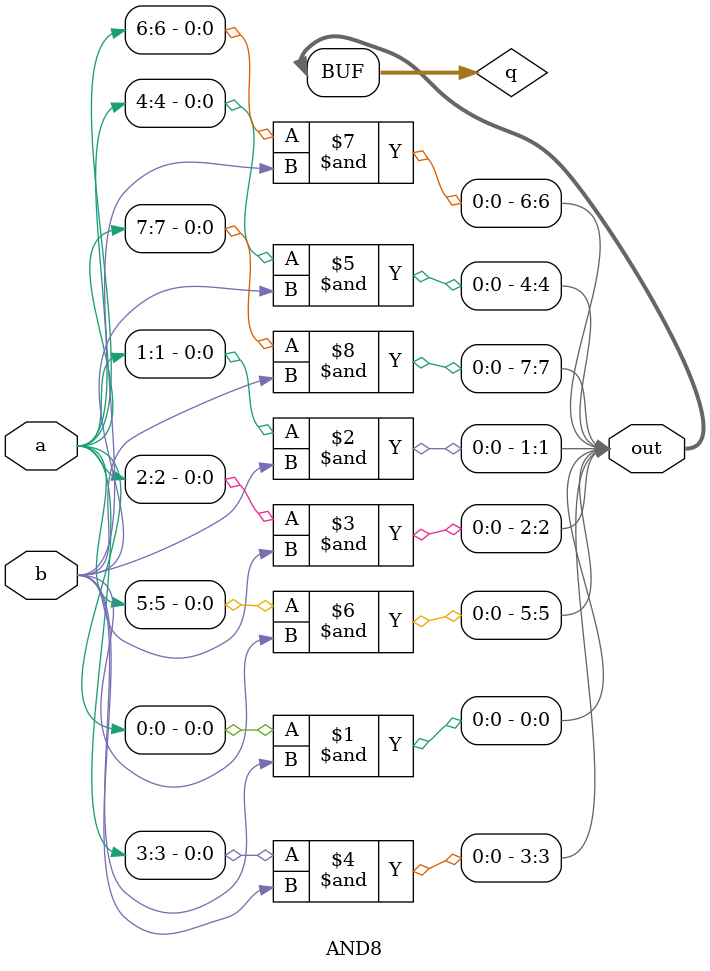
<source format=v>
`timescale 1ns / 1ps

module pipelined_multiplier(
    input [7:0] x,
    input [7:0] y,
    input clk,
    output [15:0] result
);

    wire [7:0] partialProduct [7:0];  // separate wires for each partial product
    reg [15:0] sum1;         // partialProduct[0] + partialProduct[1]
    reg [15:0] sum2;         // partialProduct[2] + partialProduct[3]
    reg [15:0] sum3;         // partialProduct[4] + partialProduct[5]
    reg [15:0] sum4;         // partialProduct[6] + partialProduct[7]
    reg [15:0] sum1_2;       // sum1 + sum2
    reg [15:0] sum3_4;       // sum3 + sum4
    reg [15:0] sum_total;    // sum1_2 + sum3_4

    // Loop through each bit of y doing an 'AND' operastion with each to
    // either copy x or leave 0's depending on the bit in y
    genvar i;
    generate
        for (i = 0; i < 8; i = i + 1) begin
            AND8 U1 (
                .a(x),
                .b(y[i]),
                .out(partialProduct[i])  // Assign each AND8 instance to a separate wire
            );   
        end
    endgenerate
       
    // perform shifts to align the partial products properly before summing
    // then calculate sums in 3 stages
    always @(posedge clk) begin
        sum1 <= (partialProduct[0] << 0) + (partialProduct[1] << 1);
        sum2 <= (partialProduct[2] << 2) + (partialProduct[3] << 3);
        sum3 <=(partialProduct[4] << 4) + (partialProduct[5] << 5);
        sum4 <= (partialProduct[6] << 6) + (partialProduct[7] << 7);
        sum1_2 <= sum1 + sum2;
        sum3_4 <= sum3 + sum4;
        sum_total <= sum1_2 + sum3_4;
    end

    assign result = sum_total;  // Output the accumulated sum on the leds
endmodule


// this module performs a bitwise 'AND' between each 
// bit of 'a' and the single bit of 'b'.
// The result of that is returned as 'out'.
module AND8(
    input [7:0] a,
    input b,
    output [7:0] out
);
    wire [7:0] q; // temporary wire
    and (q[0], a[0], b);
    and (q[1], a[1], b);
    and (q[2], a[2], b);
    and (q[3], a[3], b);
    and (q[4], a[4], b);
    and (q[5], a[5], b);
    and (q[6], a[6], b);
    and (q[7], a[7], b);
    assign out = q;
endmodule


</source>
